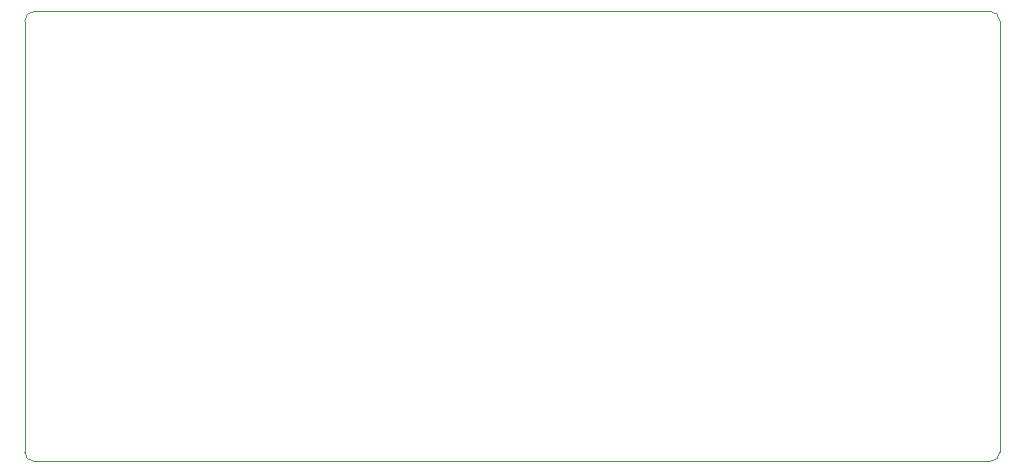
<source format=gm1>
%TF.GenerationSoftware,KiCad,Pcbnew,(5.1.10-1-10_14)*%
%TF.CreationDate,2021-10-08T14:04:21+02:00*%
%TF.ProjectId,lazercut,6c617a65-7263-4757-942e-6b696361645f,rev?*%
%TF.SameCoordinates,Original*%
%TF.FileFunction,Profile,NP*%
%FSLAX46Y46*%
G04 Gerber Fmt 4.6, Leading zero omitted, Abs format (unit mm)*
G04 Created by KiCad (PCBNEW (5.1.10-1-10_14)) date 2021-10-08 14:04:21*
%MOMM*%
%LPD*%
G01*
G04 APERTURE LIST*
%TA.AperFunction,Profile*%
%ADD10C,0.050000*%
%TD*%
G04 APERTURE END LIST*
D10*
X55562500Y-172243750D02*
X55562500Y-135731250D01*
X56356250Y-173037500D02*
G75*
G02*
X55562500Y-172243750I0J793750D01*
G01*
X137318750Y-173037500D02*
X56356250Y-173037500D01*
X55562500Y-135731250D02*
G75*
G02*
X56356250Y-134937500I793750J0D01*
G01*
X137318750Y-134937500D02*
X56356250Y-134937500D01*
X138112500Y-135731250D02*
X138112500Y-172243750D01*
X138112500Y-172243750D02*
G75*
G02*
X137318750Y-173037500I-793750J0D01*
G01*
X137318750Y-134937500D02*
G75*
G02*
X138112500Y-135731250I0J-793750D01*
G01*
M02*

</source>
